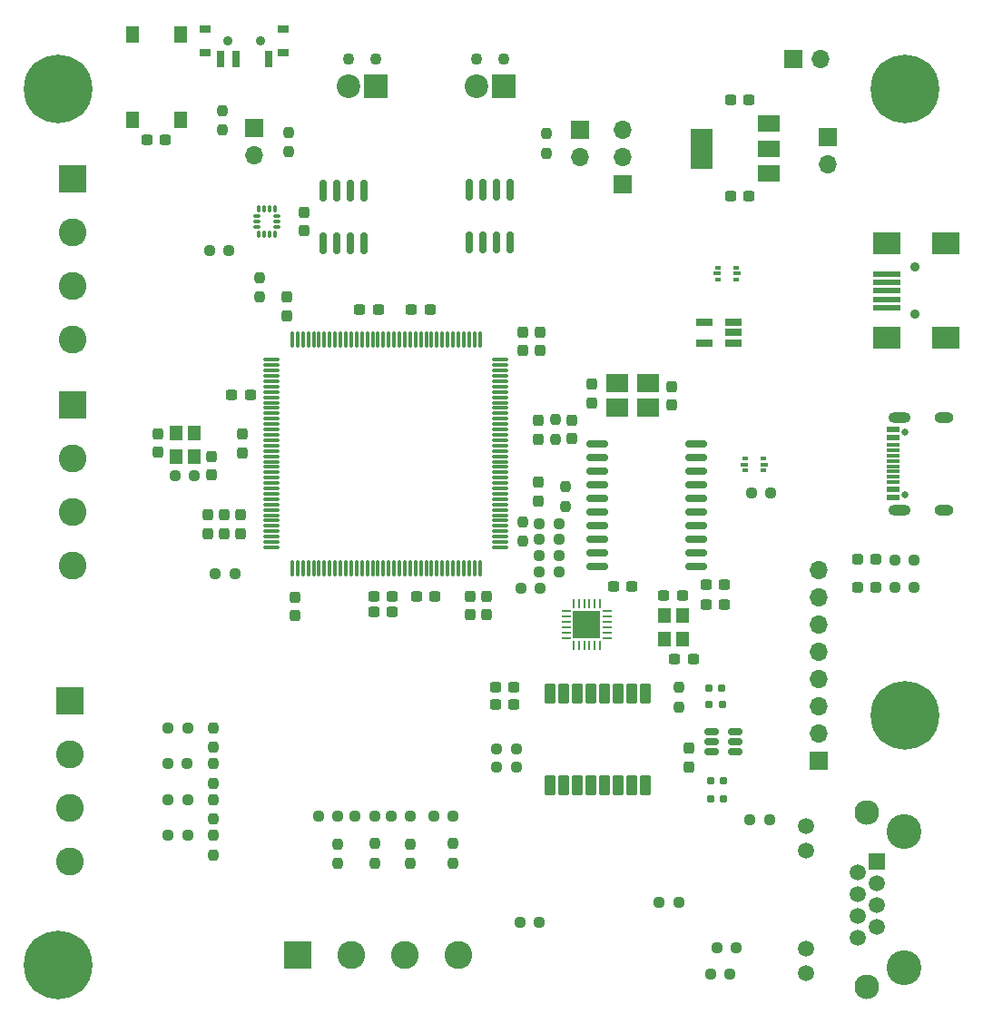
<source format=gbr>
%TF.GenerationSoftware,KiCad,Pcbnew,7.0.7*%
%TF.CreationDate,2024-04-15T16:49:56-05:00*%
%TF.ProjectId,Rev2.1,52657632-2e31-42e6-9b69-6361645f7063,rev?*%
%TF.SameCoordinates,Original*%
%TF.FileFunction,Soldermask,Top*%
%TF.FilePolarity,Negative*%
%FSLAX46Y46*%
G04 Gerber Fmt 4.6, Leading zero omitted, Abs format (unit mm)*
G04 Created by KiCad (PCBNEW 7.0.7) date 2024-04-15 16:49:56*
%MOMM*%
%LPD*%
G01*
G04 APERTURE LIST*
G04 Aperture macros list*
%AMRoundRect*
0 Rectangle with rounded corners*
0 $1 Rounding radius*
0 $2 $3 $4 $5 $6 $7 $8 $9 X,Y pos of 4 corners*
0 Add a 4 corners polygon primitive as box body*
4,1,4,$2,$3,$4,$5,$6,$7,$8,$9,$2,$3,0*
0 Add four circle primitives for the rounded corners*
1,1,$1+$1,$2,$3*
1,1,$1+$1,$4,$5*
1,1,$1+$1,$6,$7*
1,1,$1+$1,$8,$9*
0 Add four rect primitives between the rounded corners*
20,1,$1+$1,$2,$3,$4,$5,0*
20,1,$1+$1,$4,$5,$6,$7,0*
20,1,$1+$1,$6,$7,$8,$9,0*
20,1,$1+$1,$8,$9,$2,$3,0*%
G04 Aperture macros list end*
%ADD10RoundRect,0.237500X0.300000X0.237500X-0.300000X0.237500X-0.300000X-0.237500X0.300000X-0.237500X0*%
%ADD11RoundRect,0.237500X0.237500X-0.300000X0.237500X0.300000X-0.237500X0.300000X-0.237500X-0.300000X0*%
%ADD12RoundRect,0.160000X0.197500X0.160000X-0.197500X0.160000X-0.197500X-0.160000X0.197500X-0.160000X0*%
%ADD13RoundRect,0.237500X0.237500X-0.250000X0.237500X0.250000X-0.237500X0.250000X-0.237500X-0.250000X0*%
%ADD14RoundRect,0.150000X-0.875000X-0.150000X0.875000X-0.150000X0.875000X0.150000X-0.875000X0.150000X0*%
%ADD15RoundRect,0.237500X0.287500X0.237500X-0.287500X0.237500X-0.287500X-0.237500X0.287500X-0.237500X0*%
%ADD16RoundRect,0.237500X-0.300000X-0.237500X0.300000X-0.237500X0.300000X0.237500X-0.300000X0.237500X0*%
%ADD17C,0.900000*%
%ADD18R,2.500000X0.500000*%
%ADD19R,2.500000X2.000000*%
%ADD20RoundRect,0.237500X0.250000X0.237500X-0.250000X0.237500X-0.250000X-0.237500X0.250000X-0.237500X0*%
%ADD21C,0.800000*%
%ADD22C,6.400000*%
%ADD23RoundRect,0.237500X-0.237500X0.250000X-0.237500X-0.250000X0.237500X-0.250000X0.237500X0.250000X0*%
%ADD24RoundRect,0.150000X0.150000X-0.825000X0.150000X0.825000X-0.150000X0.825000X-0.150000X-0.825000X0*%
%ADD25RoundRect,0.237500X-0.237500X0.300000X-0.237500X-0.300000X0.237500X-0.300000X0.237500X0.300000X0*%
%ADD26RoundRect,0.237500X-0.250000X-0.237500X0.250000X-0.237500X0.250000X0.237500X-0.250000X0.237500X0*%
%ADD27C,0.650000*%
%ADD28R,1.150000X0.600000*%
%ADD29R,1.150000X0.300000*%
%ADD30O,2.100000X1.000000*%
%ADD31O,1.800000X1.000000*%
%ADD32R,1.700000X1.700000*%
%ADD33O,1.700000X1.700000*%
%ADD34R,1.200000X1.400000*%
%ADD35C,1.100000*%
%ADD36R,2.200000X2.200000*%
%ADD37C,2.200000*%
%ADD38R,2.600000X2.600000*%
%ADD39C,2.600000*%
%ADD40R,2.100000X1.800000*%
%ADD41RoundRect,0.102000X-0.380000X0.835000X-0.380000X-0.835000X0.380000X-0.835000X0.380000X0.835000X0*%
%ADD42RoundRect,0.102000X0.380000X-0.835000X0.380000X0.835000X-0.380000X0.835000X-0.380000X-0.835000X0*%
%ADD43R,1.300000X1.550000*%
%ADD44RoundRect,0.062500X0.375000X0.062500X-0.375000X0.062500X-0.375000X-0.062500X0.375000X-0.062500X0*%
%ADD45RoundRect,0.062500X0.062500X0.375000X-0.062500X0.375000X-0.062500X-0.375000X0.062500X-0.375000X0*%
%ADD46R,2.500000X2.500000*%
%ADD47R,0.500000X0.375000*%
%ADD48R,0.650000X0.300000*%
%ADD49RoundRect,0.150000X0.512500X0.150000X-0.512500X0.150000X-0.512500X-0.150000X0.512500X-0.150000X0*%
%ADD50R,1.560000X0.650000*%
%ADD51RoundRect,0.075000X-0.662500X-0.075000X0.662500X-0.075000X0.662500X0.075000X-0.662500X0.075000X0*%
%ADD52RoundRect,0.075000X-0.075000X-0.662500X0.075000X-0.662500X0.075000X0.662500X-0.075000X0.662500X0*%
%ADD53C,3.250000*%
%ADD54R,1.500000X1.500000*%
%ADD55C,1.500000*%
%ADD56C,2.300000*%
%ADD57RoundRect,0.087500X0.087500X-0.225000X0.087500X0.225000X-0.087500X0.225000X-0.087500X-0.225000X0*%
%ADD58RoundRect,0.087500X0.225000X-0.087500X0.225000X0.087500X-0.225000X0.087500X-0.225000X-0.087500X0*%
%ADD59R,1.000000X0.800000*%
%ADD60R,0.700000X1.500000*%
%ADD61R,2.000000X1.500000*%
%ADD62R,2.000000X3.800000*%
G04 APERTURE END LIST*
D10*
%TO.C,C6*%
X169600000Y-110725000D03*
X167875000Y-110725000D03*
%TD*%
D11*
%TO.C,C43*%
X124450000Y-105937500D03*
X124450000Y-104212500D03*
%TD*%
D12*
%TO.C,R32*%
X169372500Y-121875000D03*
X168177500Y-121875000D03*
%TD*%
D13*
%TO.C,R16*%
X144275000Y-136692500D03*
X144275000Y-134867500D03*
%TD*%
D14*
%TO.C,U7*%
X157685000Y-97560000D03*
X157685000Y-98830000D03*
X157685000Y-100100000D03*
X157685000Y-101370000D03*
X157685000Y-102640000D03*
X157685000Y-103910000D03*
X157685000Y-105180000D03*
X157685000Y-106450000D03*
X157685000Y-107720000D03*
X157685000Y-108990000D03*
X166985000Y-108990000D03*
X166985000Y-107720000D03*
X166985000Y-106450000D03*
X166985000Y-105180000D03*
X166985000Y-103910000D03*
X166985000Y-102640000D03*
X166985000Y-101370000D03*
X166985000Y-100100000D03*
X166985000Y-98830000D03*
X166985000Y-97560000D03*
%TD*%
D15*
%TO.C,D2*%
X183750000Y-108360000D03*
X182000000Y-108360000D03*
%TD*%
D16*
%TO.C,C39*%
X135562500Y-85000000D03*
X137287500Y-85000000D03*
%TD*%
D17*
%TO.C,J6*%
X187375000Y-85500000D03*
X187375000Y-81100000D03*
D18*
X184775000Y-84900000D03*
X184775000Y-84100000D03*
X184775000Y-83300000D03*
X184775000Y-82500000D03*
X184775000Y-81700000D03*
D19*
X184775000Y-87700000D03*
X190275000Y-87700000D03*
X184775000Y-78900000D03*
X190275000Y-78900000D03*
%TD*%
D20*
%TO.C,R28*%
X165312500Y-140300000D03*
X163487500Y-140300000D03*
%TD*%
D21*
%TO.C,H4*%
X184000000Y-64500000D03*
X184702944Y-62802944D03*
X184702944Y-66197056D03*
X186400000Y-62100000D03*
D22*
X186400000Y-64500000D03*
D21*
X186400000Y-66900000D03*
X188097056Y-62802944D03*
X188097056Y-66197056D03*
X188800000Y-64500000D03*
%TD*%
D23*
%TO.C,R39*%
X150750000Y-104837500D03*
X150750000Y-106662500D03*
%TD*%
D24*
%TO.C,U4*%
X145795000Y-78800000D03*
X147065000Y-78800000D03*
X148335000Y-78800000D03*
X149605000Y-78800000D03*
X149605000Y-73850000D03*
X148335000Y-73850000D03*
X147065000Y-73850000D03*
X145795000Y-73850000D03*
%TD*%
D20*
%TO.C,R29*%
X173812500Y-132600000D03*
X171987500Y-132600000D03*
%TD*%
D15*
%TO.C,D1*%
X183750000Y-110950000D03*
X182000000Y-110950000D03*
%TD*%
D13*
%TO.C,R13*%
X133525000Y-136717500D03*
X133525000Y-134892500D03*
%TD*%
D25*
%TO.C,C5*%
X166300000Y-125962500D03*
X166300000Y-127687500D03*
%TD*%
D26*
%TO.C,R38*%
X152337500Y-106500000D03*
X154162500Y-106500000D03*
%TD*%
D27*
%TO.C,P2*%
X186395000Y-102290000D03*
X186395000Y-96510000D03*
D28*
X185320000Y-102600000D03*
X185320000Y-101800000D03*
D29*
X185320000Y-100650000D03*
X185320000Y-99650000D03*
X185320000Y-99150000D03*
X185320000Y-98150000D03*
D28*
X185320000Y-97000000D03*
X185320000Y-96200000D03*
X185320000Y-97000000D03*
D29*
X185320000Y-97650000D03*
X185320000Y-98650000D03*
X185320000Y-100150000D03*
X185320000Y-101150000D03*
D28*
X185320000Y-101800000D03*
D30*
X185895000Y-103720000D03*
D31*
X190075000Y-103720000D03*
D30*
X185895000Y-95080000D03*
D31*
X190075000Y-95080000D03*
%TD*%
D10*
%TO.C,C35*%
X142562500Y-111775000D03*
X140837500Y-111775000D03*
%TD*%
D20*
%TO.C,R36*%
X170112500Y-147000000D03*
X168287500Y-147000000D03*
%TD*%
D32*
%TO.C,J12*%
X176025000Y-61700000D03*
D33*
X178565000Y-61700000D03*
%TD*%
D16*
%TO.C,C10*%
X164937500Y-117600000D03*
X166662500Y-117600000D03*
%TD*%
D34*
%TO.C,Y3*%
X164000000Y-113575000D03*
X164000000Y-115775000D03*
X165700000Y-115775000D03*
X165700000Y-113575000D03*
%TD*%
D25*
%TO.C,C37*%
X150825000Y-87137500D03*
X150825000Y-88862500D03*
%TD*%
D20*
%TO.C,R25*%
X152337500Y-142210000D03*
X150512500Y-142210000D03*
%TD*%
D13*
%TO.C,R14*%
X136975000Y-136667500D03*
X136975000Y-134842500D03*
%TD*%
D20*
%TO.C,R30*%
X170712500Y-144600000D03*
X168887500Y-144600000D03*
%TD*%
D26*
%TO.C,R10*%
X117667500Y-127400000D03*
X119492500Y-127400000D03*
%TD*%
D35*
%TO.C,J2*%
X137050000Y-61685000D03*
X134510000Y-61685000D03*
D36*
X137050000Y-64225000D03*
D37*
X134510000Y-64225000D03*
%TD*%
D26*
%TO.C,R45*%
X121562500Y-79500000D03*
X123387500Y-79500000D03*
%TD*%
D10*
%TO.C,C12*%
X149937500Y-120285000D03*
X148212500Y-120285000D03*
%TD*%
D20*
%TO.C,R24*%
X144300000Y-132250000D03*
X142475000Y-132250000D03*
%TD*%
D16*
%TO.C,C32*%
X170137500Y-74500000D03*
X171862500Y-74500000D03*
%TD*%
D20*
%TO.C,R7*%
X187300000Y-108425000D03*
X185475000Y-108425000D03*
%TD*%
D23*
%TO.C,R35*%
X165350000Y-120287500D03*
X165350000Y-122112500D03*
%TD*%
D38*
%TO.C,J7*%
X108750000Y-72850000D03*
D39*
X108750000Y-77850000D03*
X108750000Y-82850000D03*
X108750000Y-87850000D03*
%TD*%
D40*
%TO.C,Y1*%
X162475000Y-91875000D03*
X159575000Y-91875000D03*
X159575000Y-94175000D03*
X162475000Y-94175000D03*
%TD*%
D21*
%TO.C,H1*%
X105000000Y-64500000D03*
X105702944Y-62802944D03*
X105702944Y-66197056D03*
X107400000Y-62100000D03*
D22*
X107400000Y-64500000D03*
D21*
X107400000Y-66900000D03*
X109097056Y-62802944D03*
X109097056Y-66197056D03*
X109800000Y-64500000D03*
%TD*%
D41*
%TO.C,T1*%
X162195000Y-120878000D03*
X160925000Y-120878000D03*
X159655000Y-120878000D03*
X158385000Y-120878000D03*
X157115000Y-120878000D03*
X155845000Y-120878000D03*
X154575000Y-120878000D03*
X153305000Y-120878000D03*
D42*
X153305000Y-129408000D03*
X154575000Y-129408000D03*
X155845000Y-129408000D03*
X157115000Y-129408000D03*
X158385000Y-129408000D03*
X159655000Y-129408000D03*
X160925000Y-129408000D03*
X162195000Y-129408000D03*
%TD*%
D23*
%TO.C,R18*%
X121905000Y-127387500D03*
X121905000Y-129212500D03*
%TD*%
D21*
%TO.C,H2*%
X105000000Y-146200000D03*
X105702944Y-144502944D03*
X105702944Y-147897056D03*
X107400000Y-143800000D03*
D22*
X107400000Y-146200000D03*
D21*
X107400000Y-148600000D03*
X109097056Y-144502944D03*
X109097056Y-147897056D03*
X109800000Y-146200000D03*
%TD*%
D13*
%TO.C,R5*%
X153825000Y-97137500D03*
X153825000Y-95312500D03*
%TD*%
D26*
%TO.C,R42*%
X150587500Y-111000000D03*
X152412500Y-111000000D03*
%TD*%
D32*
%TO.C,J3*%
X156125000Y-68250000D03*
D33*
X156125000Y-70790000D03*
%TD*%
D32*
%TO.C,J11*%
X179200000Y-68950000D03*
D33*
X179200000Y-71490000D03*
%TD*%
D25*
%TO.C,C27*%
X116750000Y-96637500D03*
X116750000Y-98362500D03*
%TD*%
D43*
%TO.C,SW5*%
X114350000Y-67380000D03*
X114350000Y-59420000D03*
X118850000Y-67380000D03*
X118850000Y-59420000D03*
%TD*%
D20*
%TO.C,R22*%
X140312500Y-132305000D03*
X138487500Y-132305000D03*
%TD*%
D44*
%TO.C,U8*%
X158687500Y-115675000D03*
X158687500Y-115175000D03*
X158687500Y-114675000D03*
X158687500Y-114175000D03*
X158687500Y-113675000D03*
X158687500Y-113175000D03*
D45*
X158000000Y-112487500D03*
X157500000Y-112487500D03*
X157000000Y-112487500D03*
X156500000Y-112487500D03*
X156000000Y-112487500D03*
X155500000Y-112487500D03*
D44*
X154812500Y-113175000D03*
X154812500Y-113675000D03*
X154812500Y-114175000D03*
X154812500Y-114675000D03*
X154812500Y-115175000D03*
X154812500Y-115675000D03*
D45*
X155500000Y-116362500D03*
X156000000Y-116362500D03*
X156500000Y-116362500D03*
X157000000Y-116362500D03*
X157500000Y-116362500D03*
X158000000Y-116362500D03*
D46*
X156750000Y-114425000D03*
%TD*%
D10*
%TO.C,C34*%
X138612500Y-111775000D03*
X136887500Y-111775000D03*
%TD*%
D23*
%TO.C,R1*%
X128975000Y-68512500D03*
X128975000Y-70337500D03*
%TD*%
D11*
%TO.C,C31*%
X121775000Y-100462500D03*
X121775000Y-98737500D03*
%TD*%
%TO.C,C25*%
X124600000Y-98387500D03*
X124600000Y-96662500D03*
%TD*%
D25*
%TO.C,C36*%
X147400000Y-111762500D03*
X147400000Y-113487500D03*
%TD*%
D16*
%TO.C,C8*%
X159237500Y-110850000D03*
X160962500Y-110850000D03*
%TD*%
D32*
%TO.C,J1*%
X125700000Y-68150000D03*
D33*
X125700000Y-70690000D03*
%TD*%
D23*
%TO.C,R2*%
X152975000Y-68612500D03*
X152975000Y-70437500D03*
%TD*%
D38*
%TO.C,J9*%
X129800000Y-145280000D03*
D39*
X134800000Y-145280000D03*
X139800000Y-145280000D03*
X144800000Y-145280000D03*
%TD*%
D32*
%TO.C,J5*%
X160075000Y-73325000D03*
D33*
X160075000Y-70785000D03*
X160075000Y-68245000D03*
%TD*%
D47*
%TO.C,U10*%
X170710000Y-82212500D03*
D48*
X170785000Y-81675000D03*
D47*
X170710000Y-81137500D03*
X169010000Y-81137500D03*
D48*
X168935000Y-81675000D03*
D47*
X169010000Y-82212500D03*
%TD*%
D26*
%TO.C,R44*%
X152337500Y-108000000D03*
X154162500Y-108000000D03*
%TD*%
D16*
%TO.C,C38*%
X140412500Y-85000000D03*
X142137500Y-85000000D03*
%TD*%
D49*
%TO.C,U12*%
X170637500Y-126275000D03*
X170637500Y-125325000D03*
X170637500Y-124375000D03*
X168362500Y-124375000D03*
X168362500Y-125325000D03*
X168362500Y-126275000D03*
%TD*%
D26*
%TO.C,R11*%
X117692500Y-130750000D03*
X119517500Y-130750000D03*
%TD*%
D20*
%TO.C,R43*%
X154162500Y-109500000D03*
X152337500Y-109500000D03*
%TD*%
D10*
%TO.C,C11*%
X149937500Y-121860000D03*
X148212500Y-121860000D03*
%TD*%
D26*
%TO.C,R9*%
X117680000Y-124055000D03*
X119505000Y-124055000D03*
%TD*%
%TO.C,R12*%
X117692500Y-134050000D03*
X119517500Y-134050000D03*
%TD*%
%TO.C,R37*%
X122112500Y-109675000D03*
X123937500Y-109675000D03*
%TD*%
D10*
%TO.C,C41*%
X125362500Y-93000000D03*
X123637500Y-93000000D03*
%TD*%
D50*
%TO.C,U9*%
X170435000Y-88150000D03*
X170435000Y-87200000D03*
X170435000Y-86250000D03*
X167735000Y-86250000D03*
X167735000Y-88150000D03*
%TD*%
D51*
%TO.C,U1*%
X127362500Y-89725000D03*
X127362500Y-90225000D03*
X127362500Y-90725000D03*
X127362500Y-91225000D03*
X127362500Y-91725000D03*
X127362500Y-92225000D03*
X127362500Y-92725000D03*
X127362500Y-93225000D03*
X127362500Y-93725000D03*
X127362500Y-94225000D03*
X127362500Y-94725000D03*
X127362500Y-95225000D03*
X127362500Y-95725000D03*
X127362500Y-96225000D03*
X127362500Y-96725000D03*
X127362500Y-97225000D03*
X127362500Y-97725000D03*
X127362500Y-98225000D03*
X127362500Y-98725000D03*
X127362500Y-99225000D03*
X127362500Y-99725000D03*
X127362500Y-100225000D03*
X127362500Y-100725000D03*
X127362500Y-101225000D03*
X127362500Y-101725000D03*
X127362500Y-102225000D03*
X127362500Y-102725000D03*
X127362500Y-103225000D03*
X127362500Y-103725000D03*
X127362500Y-104225000D03*
X127362500Y-104725000D03*
X127362500Y-105225000D03*
X127362500Y-105725000D03*
X127362500Y-106225000D03*
X127362500Y-106725000D03*
X127362500Y-107225000D03*
D52*
X129275000Y-109137500D03*
X129775000Y-109137500D03*
X130275000Y-109137500D03*
X130775000Y-109137500D03*
X131275000Y-109137500D03*
X131775000Y-109137500D03*
X132275000Y-109137500D03*
X132775000Y-109137500D03*
X133275000Y-109137500D03*
X133775000Y-109137500D03*
X134275000Y-109137500D03*
X134775000Y-109137500D03*
X135275000Y-109137500D03*
X135775000Y-109137500D03*
X136275000Y-109137500D03*
X136775000Y-109137500D03*
X137275000Y-109137500D03*
X137775000Y-109137500D03*
X138275000Y-109137500D03*
X138775000Y-109137500D03*
X139275000Y-109137500D03*
X139775000Y-109137500D03*
X140275000Y-109137500D03*
X140775000Y-109137500D03*
X141275000Y-109137500D03*
X141775000Y-109137500D03*
X142275000Y-109137500D03*
X142775000Y-109137500D03*
X143275000Y-109137500D03*
X143775000Y-109137500D03*
X144275000Y-109137500D03*
X144775000Y-109137500D03*
X145275000Y-109137500D03*
X145775000Y-109137500D03*
X146275000Y-109137500D03*
X146775000Y-109137500D03*
D51*
X148687500Y-107225000D03*
X148687500Y-106725000D03*
X148687500Y-106225000D03*
X148687500Y-105725000D03*
X148687500Y-105225000D03*
X148687500Y-104725000D03*
X148687500Y-104225000D03*
X148687500Y-103725000D03*
X148687500Y-103225000D03*
X148687500Y-102725000D03*
X148687500Y-102225000D03*
X148687500Y-101725000D03*
X148687500Y-101225000D03*
X148687500Y-100725000D03*
X148687500Y-100225000D03*
X148687500Y-99725000D03*
X148687500Y-99225000D03*
X148687500Y-98725000D03*
X148687500Y-98225000D03*
X148687500Y-97725000D03*
X148687500Y-97225000D03*
X148687500Y-96725000D03*
X148687500Y-96225000D03*
X148687500Y-95725000D03*
X148687500Y-95225000D03*
X148687500Y-94725000D03*
X148687500Y-94225000D03*
X148687500Y-93725000D03*
X148687500Y-93225000D03*
X148687500Y-92725000D03*
X148687500Y-92225000D03*
X148687500Y-91725000D03*
X148687500Y-91225000D03*
X148687500Y-90725000D03*
X148687500Y-90225000D03*
X148687500Y-89725000D03*
D52*
X146775000Y-87812500D03*
X146275000Y-87812500D03*
X145775000Y-87812500D03*
X145275000Y-87812500D03*
X144775000Y-87812500D03*
X144275000Y-87812500D03*
X143775000Y-87812500D03*
X143275000Y-87812500D03*
X142775000Y-87812500D03*
X142275000Y-87812500D03*
X141775000Y-87812500D03*
X141275000Y-87812500D03*
X140775000Y-87812500D03*
X140275000Y-87812500D03*
X139775000Y-87812500D03*
X139275000Y-87812500D03*
X138775000Y-87812500D03*
X138275000Y-87812500D03*
X137775000Y-87812500D03*
X137275000Y-87812500D03*
X136775000Y-87812500D03*
X136275000Y-87812500D03*
X135775000Y-87812500D03*
X135275000Y-87812500D03*
X134775000Y-87812500D03*
X134275000Y-87812500D03*
X133775000Y-87812500D03*
X133275000Y-87812500D03*
X132775000Y-87812500D03*
X132275000Y-87812500D03*
X131775000Y-87812500D03*
X131275000Y-87812500D03*
X130775000Y-87812500D03*
X130275000Y-87812500D03*
X129775000Y-87812500D03*
X129275000Y-87812500D03*
%TD*%
D13*
%TO.C,R15*%
X140300000Y-136717500D03*
X140300000Y-134892500D03*
%TD*%
D11*
%TO.C,C2*%
X155346400Y-97077700D03*
X155346400Y-95352700D03*
%TD*%
D20*
%TO.C,R26*%
X150162500Y-126000000D03*
X148337500Y-126000000D03*
%TD*%
D35*
%TO.C,J4*%
X148970000Y-61685000D03*
X146430000Y-61685000D03*
D36*
X148970000Y-64225000D03*
D37*
X146430000Y-64225000D03*
%TD*%
D11*
%TO.C,C40*%
X128775000Y-85612500D03*
X128775000Y-83887500D03*
%TD*%
D38*
%TO.C,J14*%
X108780000Y-93950000D03*
D39*
X108780000Y-98950000D03*
X108780000Y-103950000D03*
X108780000Y-108950000D03*
%TD*%
D20*
%TO.C,R8*%
X173912500Y-102125000D03*
X172087500Y-102125000D03*
%TD*%
D10*
%TO.C,C45*%
X117462500Y-69200000D03*
X115737500Y-69200000D03*
%TD*%
D20*
%TO.C,R4*%
X120162500Y-100500000D03*
X118337500Y-100500000D03*
%TD*%
D25*
%TO.C,C4*%
X164693600Y-92203100D03*
X164693600Y-93928100D03*
%TD*%
D23*
%TO.C,R19*%
X121930000Y-134062500D03*
X121930000Y-135887500D03*
%TD*%
D25*
%TO.C,C23*%
X152200000Y-95387500D03*
X152200000Y-97112500D03*
%TD*%
D53*
%TO.C,J13*%
X186340000Y-133710000D03*
X186340000Y-146410000D03*
D54*
X183800000Y-136500000D03*
D55*
X182020000Y-137516000D03*
X183800000Y-138532000D03*
X182020000Y-139548000D03*
X183800000Y-140564000D03*
X182020000Y-141580000D03*
X183800000Y-142596000D03*
X182020000Y-143612000D03*
X177200000Y-133200000D03*
X177200000Y-135490000D03*
X177200000Y-144630000D03*
X177200000Y-146920000D03*
D56*
X182910000Y-131930000D03*
X182910000Y-148190000D03*
%TD*%
D12*
%TO.C,R33*%
X169497500Y-129000000D03*
X168302500Y-129000000D03*
%TD*%
D10*
%TO.C,C26*%
X171862500Y-65500000D03*
X170137500Y-65500000D03*
%TD*%
D26*
%TO.C,R41*%
X152337500Y-105000000D03*
X154162500Y-105000000D03*
%TD*%
D11*
%TO.C,C3*%
X157226000Y-93724900D03*
X157226000Y-91999900D03*
%TD*%
D20*
%TO.C,R27*%
X150162500Y-127750000D03*
X148337500Y-127750000D03*
%TD*%
D23*
%TO.C,R17*%
X121905000Y-124050000D03*
X121905000Y-125875000D03*
%TD*%
D25*
%TO.C,C33*%
X129500000Y-111887500D03*
X129500000Y-113612500D03*
%TD*%
D34*
%TO.C,Y2*%
X118400000Y-96550000D03*
X118400000Y-98750000D03*
X120100000Y-98750000D03*
X120100000Y-96550000D03*
%TD*%
D32*
%TO.C,J10*%
X178400000Y-127135000D03*
D33*
X178400000Y-124595000D03*
X178400000Y-122055000D03*
X178400000Y-119515000D03*
X178400000Y-116975000D03*
X178400000Y-114435000D03*
X178400000Y-111895000D03*
X178400000Y-109355000D03*
%TD*%
D16*
%TO.C,C9*%
X163932500Y-111720000D03*
X165657500Y-111720000D03*
%TD*%
D12*
%TO.C,R31*%
X169322500Y-120350000D03*
X168127500Y-120350000D03*
%TD*%
D57*
%TO.C,U5*%
X126150000Y-77982500D03*
X126650000Y-77982500D03*
X127150000Y-77982500D03*
X127650000Y-77982500D03*
D58*
X127812500Y-77320000D03*
X127812500Y-76820000D03*
X127812500Y-76320000D03*
D57*
X127650000Y-75657500D03*
X127150000Y-75657500D03*
X126650000Y-75657500D03*
X126150000Y-75657500D03*
D58*
X125987500Y-76320000D03*
X125987500Y-76820000D03*
X125987500Y-77320000D03*
%TD*%
D11*
%TO.C,C30*%
X152375000Y-88862500D03*
X152375000Y-87137500D03*
%TD*%
D47*
%TO.C,U6*%
X173260000Y-100037500D03*
D48*
X173335000Y-99500000D03*
D47*
X173260000Y-98962500D03*
X171560000Y-98962500D03*
D48*
X171485000Y-99500000D03*
D47*
X171560000Y-100037500D03*
%TD*%
D10*
%TO.C,C7*%
X169600000Y-112550000D03*
X167875000Y-112550000D03*
%TD*%
D12*
%TO.C,R34*%
X169522500Y-130675000D03*
X168327500Y-130675000D03*
%TD*%
D13*
%TO.C,R3*%
X122800000Y-68312500D03*
X122800000Y-66487500D03*
%TD*%
D11*
%TO.C,C1*%
X130350000Y-77712500D03*
X130350000Y-75987500D03*
%TD*%
D21*
%TO.C,H3*%
X184000000Y-122900000D03*
X184702944Y-121202944D03*
X184702944Y-124597056D03*
X186400000Y-120500000D03*
D22*
X186400000Y-122900000D03*
D21*
X186400000Y-125300000D03*
X188097056Y-121202944D03*
X188097056Y-124597056D03*
X188800000Y-122900000D03*
%TD*%
D20*
%TO.C,R21*%
X136962500Y-132305000D03*
X135137500Y-132305000D03*
%TD*%
D38*
%TO.C,J8*%
X108550000Y-121550000D03*
D39*
X108550000Y-126550000D03*
X108550000Y-131550000D03*
X108550000Y-136550000D03*
%TD*%
D20*
%TO.C,R20*%
X133537500Y-132317500D03*
X131712500Y-132317500D03*
%TD*%
D11*
%TO.C,C44*%
X122900000Y-105937500D03*
X122900000Y-104212500D03*
%TD*%
D10*
%TO.C,C42*%
X138612500Y-113275000D03*
X136887500Y-113275000D03*
%TD*%
D23*
%TO.C,R40*%
X154750000Y-101587500D03*
X154750000Y-103412500D03*
%TD*%
D24*
%TO.C,U2*%
X132120000Y-78875000D03*
X133390000Y-78875000D03*
X134660000Y-78875000D03*
X135930000Y-78875000D03*
X135930000Y-73925000D03*
X134660000Y-73925000D03*
X133390000Y-73925000D03*
X132120000Y-73925000D03*
%TD*%
D59*
%TO.C,SW3*%
X128450000Y-61055000D03*
X128450000Y-58845000D03*
D17*
X126300000Y-59945000D03*
X123300000Y-59945000D03*
D59*
X121150000Y-61055000D03*
X121150000Y-58845000D03*
D60*
X127050000Y-61705000D03*
X124050000Y-61705000D03*
X122550000Y-61705000D03*
%TD*%
D25*
%TO.C,C28*%
X121400000Y-104212500D03*
X121400000Y-105937500D03*
%TD*%
D20*
%TO.C,R6*%
X187300000Y-110935000D03*
X185475000Y-110935000D03*
%TD*%
D23*
%TO.C,R23*%
X121930000Y-130737500D03*
X121930000Y-132562500D03*
%TD*%
D25*
%TO.C,C24*%
X152225000Y-101162500D03*
X152225000Y-102887500D03*
%TD*%
%TO.C,C29*%
X145875000Y-111762500D03*
X145875000Y-113487500D03*
%TD*%
D13*
%TO.C,R46*%
X126200000Y-83887500D03*
X126200000Y-82062500D03*
%TD*%
D61*
%TO.C,U3*%
X173725000Y-72325000D03*
X173725000Y-70025000D03*
D62*
X167425000Y-70025000D03*
D61*
X173725000Y-67725000D03*
%TD*%
M02*

</source>
